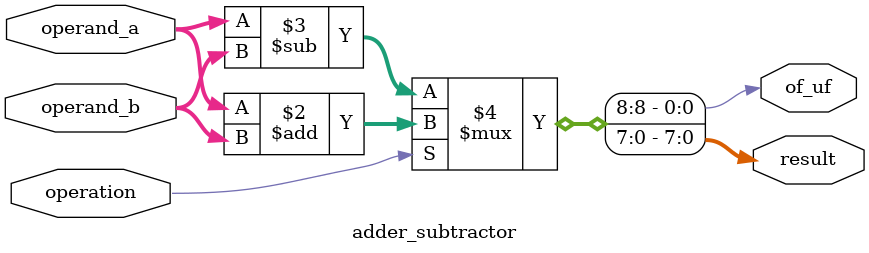
<source format=sv>
module adder_subtractor #(
  parameter DATA_WIDTH = 8
) (
  input logic [DATA_WIDTH-1:0] operand_a,
  input logic [DATA_WIDTH-1:0] operand_b,
  input logic operation, // 1:add or 0:subtract
  output logic of_uf, //overflow or underflow
  output logic [DATA_WIDTH-1:0] result
);

  always_comb {of_uf, result} = operation ? (operand_a + operand_b) : (operand_a - operand_b);

endmodule : adder_subtractor

</source>
